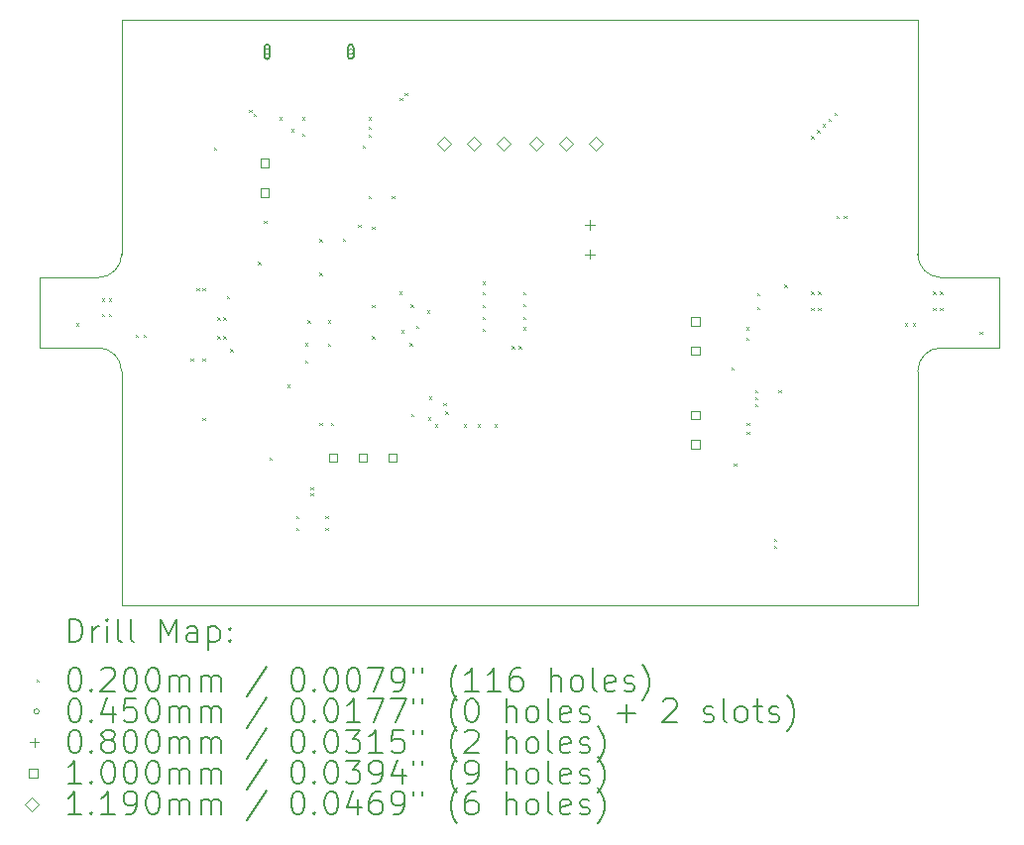
<source format=gbr>
%TF.GenerationSoftware,KiCad,Pcbnew,(6.0.7)*%
%TF.CreationDate,2022-10-27T11:38:15+02:00*%
%TF.ProjectId,DualValveCon,4475616c-5661-46c7-9665-436f6e2e6b69,rev?*%
%TF.SameCoordinates,Original*%
%TF.FileFunction,Drillmap*%
%TF.FilePolarity,Positive*%
%FSLAX45Y45*%
G04 Gerber Fmt 4.5, Leading zero omitted, Abs format (unit mm)*
G04 Created by KiCad (PCBNEW (6.0.7)) date 2022-10-27 11:38:15*
%MOMM*%
%LPD*%
G01*
G04 APERTURE LIST*
%ADD10C,0.100000*%
%ADD11C,0.200000*%
%ADD12C,0.020000*%
%ADD13C,0.045000*%
%ADD14C,0.080000*%
%ADD15C,0.119000*%
G04 APERTURE END LIST*
D10*
X20100000Y-8400000D02*
X19600000Y-8400000D01*
X12400000Y-8400000D02*
X11900000Y-8400000D01*
X12600000Y-6200000D02*
X19400000Y-6200000D01*
X20100000Y-9000000D02*
X20100000Y-8400000D01*
X12600000Y-9200000D02*
G75*
G03*
X12400000Y-9000000I-200000J0D01*
G01*
X11900000Y-8400000D02*
X11900000Y-9000000D01*
X11900000Y-9000000D02*
X12400000Y-9000000D01*
X12400000Y-8400000D02*
G75*
G03*
X12600000Y-8200000I0J200000D01*
G01*
X19400000Y-9200000D02*
X19400000Y-11200000D01*
X19400000Y-8200000D02*
X19400000Y-6200000D01*
X12600000Y-8200000D02*
X12600000Y-6200000D01*
X19400000Y-11200000D02*
X12600000Y-11200000D01*
X19600000Y-9000000D02*
G75*
G03*
X19400000Y-9200000I0J-200000D01*
G01*
X12600000Y-11200000D02*
X12600000Y-9200000D01*
X19400000Y-8200000D02*
G75*
G03*
X19600000Y-8400000I200000J0D01*
G01*
X19600000Y-9000000D02*
X20100000Y-9000000D01*
D11*
D12*
X12210000Y-8790000D02*
X12230000Y-8810000D01*
X12230000Y-8790000D02*
X12210000Y-8810000D01*
X12430000Y-8580000D02*
X12450000Y-8600000D01*
X12450000Y-8580000D02*
X12430000Y-8600000D01*
X12430000Y-8712700D02*
X12450000Y-8732700D01*
X12450000Y-8712700D02*
X12430000Y-8732700D01*
X12490000Y-8580000D02*
X12510000Y-8600000D01*
X12510000Y-8580000D02*
X12490000Y-8600000D01*
X12490000Y-8712650D02*
X12510000Y-8732650D01*
X12510000Y-8712650D02*
X12490000Y-8732650D01*
X12720000Y-8890000D02*
X12740000Y-8910000D01*
X12740000Y-8890000D02*
X12720000Y-8910000D01*
X12790000Y-8890000D02*
X12810000Y-8910000D01*
X12810000Y-8890000D02*
X12790000Y-8910000D01*
X13190000Y-9090000D02*
X13210000Y-9110000D01*
X13210000Y-9090000D02*
X13190000Y-9110000D01*
X13240000Y-8490000D02*
X13260000Y-8510000D01*
X13260000Y-8490000D02*
X13240000Y-8510000D01*
X13290000Y-8490000D02*
X13310000Y-8510000D01*
X13310000Y-8490000D02*
X13290000Y-8510000D01*
X13290000Y-9090000D02*
X13310000Y-9110000D01*
X13310000Y-9090000D02*
X13290000Y-9110000D01*
X13290000Y-9600000D02*
X13310000Y-9620000D01*
X13310000Y-9600000D02*
X13290000Y-9620000D01*
X13390000Y-7290000D02*
X13410000Y-7310000D01*
X13410000Y-7290000D02*
X13390000Y-7310000D01*
X13420000Y-8740000D02*
X13440000Y-8760000D01*
X13440000Y-8740000D02*
X13420000Y-8760000D01*
X13420000Y-8900000D02*
X13440000Y-8920000D01*
X13440000Y-8900000D02*
X13420000Y-8920000D01*
X13470000Y-8740000D02*
X13490000Y-8760000D01*
X13490000Y-8740000D02*
X13470000Y-8760000D01*
X13470000Y-8900000D02*
X13490000Y-8920000D01*
X13490000Y-8900000D02*
X13470000Y-8920000D01*
X13500000Y-8560000D02*
X13520000Y-8580000D01*
X13520000Y-8560000D02*
X13500000Y-8580000D01*
X13530000Y-9010000D02*
X13550000Y-9030000D01*
X13550000Y-9010000D02*
X13530000Y-9030000D01*
X13690000Y-6965000D02*
X13710000Y-6985000D01*
X13710000Y-6965000D02*
X13690000Y-6985000D01*
X13727500Y-7002500D02*
X13747500Y-7022500D01*
X13747500Y-7002500D02*
X13727500Y-7022500D01*
X13765000Y-8265000D02*
X13785000Y-8285000D01*
X13785000Y-8265000D02*
X13765000Y-8285000D01*
X13815000Y-7915000D02*
X13835000Y-7935000D01*
X13835000Y-7915000D02*
X13815000Y-7935000D01*
X13865000Y-9940000D02*
X13885000Y-9960000D01*
X13885000Y-9940000D02*
X13865000Y-9960000D01*
X13950000Y-7030000D02*
X13970000Y-7050000D01*
X13970000Y-7030000D02*
X13950000Y-7050000D01*
X14015000Y-9315000D02*
X14035000Y-9335000D01*
X14035000Y-9315000D02*
X14015000Y-9335000D01*
X14050000Y-7130000D02*
X14070000Y-7150000D01*
X14070000Y-7130000D02*
X14050000Y-7150000D01*
X14090000Y-10440000D02*
X14110000Y-10460000D01*
X14110000Y-10440000D02*
X14090000Y-10460000D01*
X14090000Y-10540000D02*
X14110000Y-10560000D01*
X14110000Y-10540000D02*
X14090000Y-10560000D01*
X14140000Y-7030000D02*
X14160000Y-7050000D01*
X14160000Y-7030000D02*
X14140000Y-7050000D01*
X14140000Y-7170000D02*
X14160000Y-7190000D01*
X14160000Y-7170000D02*
X14140000Y-7190000D01*
X14170000Y-8960000D02*
X14190000Y-8980000D01*
X14190000Y-8960000D02*
X14170000Y-8980000D01*
X14170000Y-9110000D02*
X14190000Y-9130000D01*
X14190000Y-9110000D02*
X14170000Y-9130000D01*
X14190000Y-8765000D02*
X14210000Y-8785000D01*
X14210000Y-8765000D02*
X14190000Y-8785000D01*
X14215200Y-10190000D02*
X14235200Y-10210000D01*
X14235200Y-10190000D02*
X14215200Y-10210000D01*
X14215200Y-10240000D02*
X14235200Y-10260000D01*
X14235200Y-10240000D02*
X14215200Y-10260000D01*
X14290000Y-8070000D02*
X14310000Y-8090000D01*
X14310000Y-8070000D02*
X14290000Y-8090000D01*
X14290000Y-8360000D02*
X14310000Y-8380000D01*
X14310000Y-8360000D02*
X14290000Y-8380000D01*
X14290000Y-9640000D02*
X14310000Y-9660000D01*
X14310000Y-9640000D02*
X14290000Y-9660000D01*
X14340000Y-10440000D02*
X14360000Y-10460000D01*
X14360000Y-10440000D02*
X14340000Y-10460000D01*
X14340000Y-10540000D02*
X14360000Y-10560000D01*
X14360000Y-10540000D02*
X14340000Y-10560000D01*
X14365000Y-8765000D02*
X14385000Y-8785000D01*
X14385000Y-8765000D02*
X14365000Y-8785000D01*
X14365000Y-8965000D02*
X14385000Y-8985000D01*
X14385000Y-8965000D02*
X14365000Y-8985000D01*
X14390000Y-9640000D02*
X14410000Y-9660000D01*
X14410000Y-9640000D02*
X14390000Y-9660000D01*
X14490000Y-8065000D02*
X14510000Y-8085000D01*
X14510000Y-8065000D02*
X14490000Y-8085000D01*
X14620000Y-7950000D02*
X14640000Y-7970000D01*
X14640000Y-7950000D02*
X14620000Y-7970000D01*
X14660000Y-7270000D02*
X14680000Y-7290000D01*
X14680000Y-7270000D02*
X14660000Y-7290000D01*
X14710000Y-7030000D02*
X14730000Y-7050000D01*
X14730000Y-7030000D02*
X14710000Y-7050000D01*
X14710000Y-7110000D02*
X14730000Y-7130000D01*
X14730000Y-7110000D02*
X14710000Y-7130000D01*
X14710000Y-7180000D02*
X14730000Y-7200000D01*
X14730000Y-7180000D02*
X14710000Y-7200000D01*
X14710000Y-7700000D02*
X14730000Y-7720000D01*
X14730000Y-7700000D02*
X14710000Y-7720000D01*
X14740000Y-7965000D02*
X14760000Y-7985000D01*
X14760000Y-7965000D02*
X14740000Y-7985000D01*
X14740000Y-8632350D02*
X14760000Y-8652350D01*
X14760000Y-8632350D02*
X14740000Y-8652350D01*
X14740000Y-8900000D02*
X14760000Y-8920000D01*
X14760000Y-8900000D02*
X14740000Y-8920000D01*
X14910000Y-7700000D02*
X14930000Y-7720000D01*
X14930000Y-7700000D02*
X14910000Y-7720000D01*
X14970000Y-8520000D02*
X14990000Y-8540000D01*
X14990000Y-8520000D02*
X14970000Y-8540000D01*
X14975000Y-6865000D02*
X14995000Y-6885000D01*
X14995000Y-6865000D02*
X14975000Y-6885000D01*
X14990000Y-8850000D02*
X15010000Y-8870000D01*
X15010000Y-8850000D02*
X14990000Y-8870000D01*
X15020000Y-6820000D02*
X15040000Y-6840000D01*
X15040000Y-6820000D02*
X15020000Y-6840000D01*
X15060000Y-8960000D02*
X15080000Y-8980000D01*
X15080000Y-8960000D02*
X15060000Y-8980000D01*
X15070000Y-8630000D02*
X15090000Y-8650000D01*
X15090000Y-8630000D02*
X15070000Y-8650000D01*
X15076306Y-9563694D02*
X15096306Y-9583694D01*
X15096306Y-9563694D02*
X15076306Y-9583694D01*
X15115000Y-8810000D02*
X15135000Y-8830000D01*
X15135000Y-8810000D02*
X15115000Y-8830000D01*
X15210000Y-8680000D02*
X15230000Y-8700000D01*
X15230000Y-8680000D02*
X15210000Y-8700000D01*
X15218806Y-9596194D02*
X15238806Y-9616194D01*
X15238806Y-9596194D02*
X15218806Y-9616194D01*
X15223694Y-9416306D02*
X15243694Y-9436306D01*
X15243694Y-9416306D02*
X15223694Y-9436306D01*
X15276306Y-9653694D02*
X15296306Y-9673694D01*
X15296306Y-9653694D02*
X15276306Y-9673694D01*
X15350000Y-9470000D02*
X15370000Y-9490000D01*
X15370000Y-9470000D02*
X15350000Y-9490000D01*
X15365000Y-9545000D02*
X15385000Y-9565000D01*
X15385000Y-9545000D02*
X15365000Y-9565000D01*
X15522500Y-9655000D02*
X15542500Y-9675000D01*
X15542500Y-9655000D02*
X15522500Y-9675000D01*
X15642500Y-9655000D02*
X15662500Y-9675000D01*
X15662500Y-9655000D02*
X15642500Y-9675000D01*
X15682500Y-8435000D02*
X15702500Y-8455000D01*
X15702500Y-8435000D02*
X15682500Y-8455000D01*
X15682500Y-8525000D02*
X15702500Y-8545000D01*
X15702500Y-8525000D02*
X15682500Y-8545000D01*
X15682500Y-8635000D02*
X15702500Y-8655000D01*
X15702500Y-8635000D02*
X15682500Y-8655000D01*
X15682500Y-8735000D02*
X15702500Y-8755000D01*
X15702500Y-8735000D02*
X15682500Y-8755000D01*
X15682500Y-8835000D02*
X15702500Y-8855000D01*
X15702500Y-8835000D02*
X15682500Y-8855000D01*
X15782500Y-9655000D02*
X15802500Y-9675000D01*
X15802500Y-9655000D02*
X15782500Y-9675000D01*
X15932500Y-8985000D02*
X15952500Y-9005000D01*
X15952500Y-8985000D02*
X15932500Y-9005000D01*
X15992500Y-8985000D02*
X16012500Y-9005000D01*
X16012500Y-8985000D02*
X15992500Y-9005000D01*
X16032500Y-8525000D02*
X16052500Y-8545000D01*
X16052500Y-8525000D02*
X16032500Y-8545000D01*
X16032500Y-8625000D02*
X16052500Y-8645000D01*
X16052500Y-8625000D02*
X16032500Y-8645000D01*
X16032500Y-8735000D02*
X16052500Y-8755000D01*
X16052500Y-8735000D02*
X16032500Y-8755000D01*
X16032500Y-8825000D02*
X16052500Y-8845000D01*
X16052500Y-8825000D02*
X16032500Y-8845000D01*
X17810000Y-9170000D02*
X17830000Y-9190000D01*
X17830000Y-9170000D02*
X17810000Y-9190000D01*
X17830000Y-9990000D02*
X17850000Y-10010000D01*
X17850000Y-9990000D02*
X17830000Y-10010000D01*
X17936750Y-8823250D02*
X17956750Y-8843250D01*
X17956750Y-8823250D02*
X17936750Y-8843250D01*
X17936750Y-8913250D02*
X17956750Y-8933250D01*
X17956750Y-8913250D02*
X17936750Y-8933250D01*
X17940000Y-9643250D02*
X17960000Y-9663250D01*
X17960000Y-9643250D02*
X17940000Y-9663250D01*
X17940000Y-9720000D02*
X17960000Y-9740000D01*
X17960000Y-9720000D02*
X17940000Y-9740000D01*
X18010000Y-9360000D02*
X18030000Y-9380000D01*
X18030000Y-9360000D02*
X18010000Y-9380000D01*
X18010000Y-9420000D02*
X18030000Y-9440000D01*
X18030000Y-9420000D02*
X18010000Y-9440000D01*
X18010000Y-9480000D02*
X18030000Y-9500000D01*
X18030000Y-9480000D02*
X18010000Y-9500000D01*
X18030000Y-8530000D02*
X18050000Y-8550000D01*
X18050000Y-8530000D02*
X18030000Y-8550000D01*
X18030000Y-8650000D02*
X18050000Y-8670000D01*
X18050000Y-8650000D02*
X18030000Y-8670000D01*
X18170000Y-10630000D02*
X18190000Y-10650000D01*
X18190000Y-10630000D02*
X18170000Y-10650000D01*
X18170000Y-10690000D02*
X18190000Y-10710000D01*
X18190000Y-10690000D02*
X18170000Y-10710000D01*
X18210000Y-9360000D02*
X18230000Y-9380000D01*
X18230000Y-9360000D02*
X18210000Y-9380000D01*
X18260000Y-8460000D02*
X18280000Y-8480000D01*
X18280000Y-8460000D02*
X18260000Y-8480000D01*
X18490000Y-7190000D02*
X18510000Y-7210000D01*
X18510000Y-7190000D02*
X18490000Y-7210000D01*
X18490000Y-8520000D02*
X18510000Y-8540000D01*
X18510000Y-8520000D02*
X18490000Y-8540000D01*
X18490000Y-8660000D02*
X18510000Y-8680000D01*
X18510000Y-8660000D02*
X18490000Y-8680000D01*
X18540000Y-7140000D02*
X18560000Y-7160000D01*
X18560000Y-7140000D02*
X18540000Y-7160000D01*
X18550000Y-8520000D02*
X18570000Y-8540000D01*
X18570000Y-8520000D02*
X18550000Y-8540000D01*
X18550000Y-8660000D02*
X18570000Y-8680000D01*
X18570000Y-8660000D02*
X18550000Y-8680000D01*
X18590000Y-7090000D02*
X18610000Y-7110000D01*
X18610000Y-7090000D02*
X18590000Y-7110000D01*
X18640000Y-7040000D02*
X18660000Y-7060000D01*
X18660000Y-7040000D02*
X18640000Y-7060000D01*
X18690000Y-6990000D02*
X18710000Y-7010000D01*
X18710000Y-6990000D02*
X18690000Y-7010000D01*
X18707500Y-7872500D02*
X18727500Y-7892500D01*
X18727500Y-7872500D02*
X18707500Y-7892500D01*
X18770000Y-7870000D02*
X18790000Y-7890000D01*
X18790000Y-7870000D02*
X18770000Y-7890000D01*
X19290000Y-8790000D02*
X19310000Y-8810000D01*
X19310000Y-8790000D02*
X19290000Y-8810000D01*
X19360000Y-8790000D02*
X19380000Y-8810000D01*
X19380000Y-8790000D02*
X19360000Y-8810000D01*
X19530000Y-8520000D02*
X19550000Y-8540000D01*
X19550000Y-8520000D02*
X19530000Y-8540000D01*
X19530000Y-8660000D02*
X19550000Y-8680000D01*
X19550000Y-8660000D02*
X19530000Y-8680000D01*
X19590000Y-8520000D02*
X19610000Y-8540000D01*
X19610000Y-8520000D02*
X19590000Y-8540000D01*
X19590000Y-8660000D02*
X19610000Y-8680000D01*
X19610000Y-8660000D02*
X19590000Y-8680000D01*
X19930000Y-8860000D02*
X19950000Y-8880000D01*
X19950000Y-8860000D02*
X19930000Y-8880000D01*
D13*
X13865000Y-6470000D02*
G75*
G03*
X13865000Y-6470000I-22500J0D01*
G01*
D11*
X13865000Y-6510000D02*
X13865000Y-6430000D01*
X13820000Y-6510000D02*
X13820000Y-6430000D01*
X13865000Y-6430000D02*
G75*
G03*
X13820000Y-6430000I-22500J0D01*
G01*
X13820000Y-6510000D02*
G75*
G03*
X13865000Y-6510000I22500J0D01*
G01*
D13*
X14580000Y-6470000D02*
G75*
G03*
X14580000Y-6470000I-22500J0D01*
G01*
D11*
X14535000Y-6430000D02*
X14535000Y-6510000D01*
X14580000Y-6430000D02*
X14580000Y-6510000D01*
X14535000Y-6510000D02*
G75*
G03*
X14580000Y-6510000I22500J0D01*
G01*
X14580000Y-6430000D02*
G75*
G03*
X14535000Y-6430000I-22500J0D01*
G01*
D14*
X16600000Y-7910000D02*
X16600000Y-7990000D01*
X16560000Y-7950000D02*
X16640000Y-7950000D01*
X16600000Y-8160000D02*
X16600000Y-8240000D01*
X16560000Y-8200000D02*
X16640000Y-8200000D01*
D10*
X13857856Y-7456356D02*
X13857856Y-7385644D01*
X13787144Y-7385644D01*
X13787144Y-7456356D01*
X13857856Y-7456356D01*
X13857856Y-7710356D02*
X13857856Y-7639644D01*
X13787144Y-7639644D01*
X13787144Y-7710356D01*
X13857856Y-7710356D01*
X14442856Y-9975356D02*
X14442856Y-9904644D01*
X14372144Y-9904644D01*
X14372144Y-9975356D01*
X14442856Y-9975356D01*
X14696856Y-9975356D02*
X14696856Y-9904644D01*
X14626144Y-9904644D01*
X14626144Y-9975356D01*
X14696856Y-9975356D01*
X14950856Y-9975356D02*
X14950856Y-9904644D01*
X14880144Y-9904644D01*
X14880144Y-9975356D01*
X14950856Y-9975356D01*
X17535356Y-8810356D02*
X17535356Y-8739644D01*
X17464644Y-8739644D01*
X17464644Y-8810356D01*
X17535356Y-8810356D01*
X17535356Y-9060356D02*
X17535356Y-8989644D01*
X17464644Y-8989644D01*
X17464644Y-9060356D01*
X17535356Y-9060356D01*
X17535356Y-9610356D02*
X17535356Y-9539644D01*
X17464644Y-9539644D01*
X17464644Y-9610356D01*
X17535356Y-9610356D01*
X17535356Y-9860356D02*
X17535356Y-9789644D01*
X17464644Y-9789644D01*
X17464644Y-9860356D01*
X17535356Y-9860356D01*
D15*
X15356000Y-7311500D02*
X15415500Y-7252000D01*
X15356000Y-7192500D01*
X15296500Y-7252000D01*
X15356000Y-7311500D01*
X15610000Y-7311500D02*
X15669500Y-7252000D01*
X15610000Y-7192500D01*
X15550500Y-7252000D01*
X15610000Y-7311500D01*
X15864000Y-7311500D02*
X15923500Y-7252000D01*
X15864000Y-7192500D01*
X15804500Y-7252000D01*
X15864000Y-7311500D01*
X16140000Y-7311500D02*
X16199500Y-7252000D01*
X16140000Y-7192500D01*
X16080500Y-7252000D01*
X16140000Y-7311500D01*
X16394000Y-7311500D02*
X16453500Y-7252000D01*
X16394000Y-7192500D01*
X16334500Y-7252000D01*
X16394000Y-7311500D01*
X16648000Y-7311500D02*
X16707500Y-7252000D01*
X16648000Y-7192500D01*
X16588500Y-7252000D01*
X16648000Y-7311500D01*
D11*
X12152619Y-11515476D02*
X12152619Y-11315476D01*
X12200238Y-11315476D01*
X12228809Y-11325000D01*
X12247857Y-11344048D01*
X12257381Y-11363095D01*
X12266905Y-11401190D01*
X12266905Y-11429762D01*
X12257381Y-11467857D01*
X12247857Y-11486905D01*
X12228809Y-11505952D01*
X12200238Y-11515476D01*
X12152619Y-11515476D01*
X12352619Y-11515476D02*
X12352619Y-11382143D01*
X12352619Y-11420238D02*
X12362143Y-11401190D01*
X12371667Y-11391667D01*
X12390714Y-11382143D01*
X12409762Y-11382143D01*
X12476428Y-11515476D02*
X12476428Y-11382143D01*
X12476428Y-11315476D02*
X12466905Y-11325000D01*
X12476428Y-11334524D01*
X12485952Y-11325000D01*
X12476428Y-11315476D01*
X12476428Y-11334524D01*
X12600238Y-11515476D02*
X12581190Y-11505952D01*
X12571667Y-11486905D01*
X12571667Y-11315476D01*
X12705000Y-11515476D02*
X12685952Y-11505952D01*
X12676428Y-11486905D01*
X12676428Y-11315476D01*
X12933571Y-11515476D02*
X12933571Y-11315476D01*
X13000238Y-11458333D01*
X13066905Y-11315476D01*
X13066905Y-11515476D01*
X13247857Y-11515476D02*
X13247857Y-11410714D01*
X13238333Y-11391667D01*
X13219286Y-11382143D01*
X13181190Y-11382143D01*
X13162143Y-11391667D01*
X13247857Y-11505952D02*
X13228809Y-11515476D01*
X13181190Y-11515476D01*
X13162143Y-11505952D01*
X13152619Y-11486905D01*
X13152619Y-11467857D01*
X13162143Y-11448809D01*
X13181190Y-11439286D01*
X13228809Y-11439286D01*
X13247857Y-11429762D01*
X13343095Y-11382143D02*
X13343095Y-11582143D01*
X13343095Y-11391667D02*
X13362143Y-11382143D01*
X13400238Y-11382143D01*
X13419286Y-11391667D01*
X13428809Y-11401190D01*
X13438333Y-11420238D01*
X13438333Y-11477381D01*
X13428809Y-11496428D01*
X13419286Y-11505952D01*
X13400238Y-11515476D01*
X13362143Y-11515476D01*
X13343095Y-11505952D01*
X13524048Y-11496428D02*
X13533571Y-11505952D01*
X13524048Y-11515476D01*
X13514524Y-11505952D01*
X13524048Y-11496428D01*
X13524048Y-11515476D01*
X13524048Y-11391667D02*
X13533571Y-11401190D01*
X13524048Y-11410714D01*
X13514524Y-11401190D01*
X13524048Y-11391667D01*
X13524048Y-11410714D01*
D12*
X11875000Y-11835000D02*
X11895000Y-11855000D01*
X11895000Y-11835000D02*
X11875000Y-11855000D01*
D11*
X12190714Y-11735476D02*
X12209762Y-11735476D01*
X12228809Y-11745000D01*
X12238333Y-11754524D01*
X12247857Y-11773571D01*
X12257381Y-11811667D01*
X12257381Y-11859286D01*
X12247857Y-11897381D01*
X12238333Y-11916428D01*
X12228809Y-11925952D01*
X12209762Y-11935476D01*
X12190714Y-11935476D01*
X12171667Y-11925952D01*
X12162143Y-11916428D01*
X12152619Y-11897381D01*
X12143095Y-11859286D01*
X12143095Y-11811667D01*
X12152619Y-11773571D01*
X12162143Y-11754524D01*
X12171667Y-11745000D01*
X12190714Y-11735476D01*
X12343095Y-11916428D02*
X12352619Y-11925952D01*
X12343095Y-11935476D01*
X12333571Y-11925952D01*
X12343095Y-11916428D01*
X12343095Y-11935476D01*
X12428809Y-11754524D02*
X12438333Y-11745000D01*
X12457381Y-11735476D01*
X12505000Y-11735476D01*
X12524048Y-11745000D01*
X12533571Y-11754524D01*
X12543095Y-11773571D01*
X12543095Y-11792619D01*
X12533571Y-11821190D01*
X12419286Y-11935476D01*
X12543095Y-11935476D01*
X12666905Y-11735476D02*
X12685952Y-11735476D01*
X12705000Y-11745000D01*
X12714524Y-11754524D01*
X12724048Y-11773571D01*
X12733571Y-11811667D01*
X12733571Y-11859286D01*
X12724048Y-11897381D01*
X12714524Y-11916428D01*
X12705000Y-11925952D01*
X12685952Y-11935476D01*
X12666905Y-11935476D01*
X12647857Y-11925952D01*
X12638333Y-11916428D01*
X12628809Y-11897381D01*
X12619286Y-11859286D01*
X12619286Y-11811667D01*
X12628809Y-11773571D01*
X12638333Y-11754524D01*
X12647857Y-11745000D01*
X12666905Y-11735476D01*
X12857381Y-11735476D02*
X12876428Y-11735476D01*
X12895476Y-11745000D01*
X12905000Y-11754524D01*
X12914524Y-11773571D01*
X12924048Y-11811667D01*
X12924048Y-11859286D01*
X12914524Y-11897381D01*
X12905000Y-11916428D01*
X12895476Y-11925952D01*
X12876428Y-11935476D01*
X12857381Y-11935476D01*
X12838333Y-11925952D01*
X12828809Y-11916428D01*
X12819286Y-11897381D01*
X12809762Y-11859286D01*
X12809762Y-11811667D01*
X12819286Y-11773571D01*
X12828809Y-11754524D01*
X12838333Y-11745000D01*
X12857381Y-11735476D01*
X13009762Y-11935476D02*
X13009762Y-11802143D01*
X13009762Y-11821190D02*
X13019286Y-11811667D01*
X13038333Y-11802143D01*
X13066905Y-11802143D01*
X13085952Y-11811667D01*
X13095476Y-11830714D01*
X13095476Y-11935476D01*
X13095476Y-11830714D02*
X13105000Y-11811667D01*
X13124048Y-11802143D01*
X13152619Y-11802143D01*
X13171667Y-11811667D01*
X13181190Y-11830714D01*
X13181190Y-11935476D01*
X13276428Y-11935476D02*
X13276428Y-11802143D01*
X13276428Y-11821190D02*
X13285952Y-11811667D01*
X13305000Y-11802143D01*
X13333571Y-11802143D01*
X13352619Y-11811667D01*
X13362143Y-11830714D01*
X13362143Y-11935476D01*
X13362143Y-11830714D02*
X13371667Y-11811667D01*
X13390714Y-11802143D01*
X13419286Y-11802143D01*
X13438333Y-11811667D01*
X13447857Y-11830714D01*
X13447857Y-11935476D01*
X13838333Y-11725952D02*
X13666905Y-11983095D01*
X14095476Y-11735476D02*
X14114524Y-11735476D01*
X14133571Y-11745000D01*
X14143095Y-11754524D01*
X14152619Y-11773571D01*
X14162143Y-11811667D01*
X14162143Y-11859286D01*
X14152619Y-11897381D01*
X14143095Y-11916428D01*
X14133571Y-11925952D01*
X14114524Y-11935476D01*
X14095476Y-11935476D01*
X14076428Y-11925952D01*
X14066905Y-11916428D01*
X14057381Y-11897381D01*
X14047857Y-11859286D01*
X14047857Y-11811667D01*
X14057381Y-11773571D01*
X14066905Y-11754524D01*
X14076428Y-11745000D01*
X14095476Y-11735476D01*
X14247857Y-11916428D02*
X14257381Y-11925952D01*
X14247857Y-11935476D01*
X14238333Y-11925952D01*
X14247857Y-11916428D01*
X14247857Y-11935476D01*
X14381190Y-11735476D02*
X14400238Y-11735476D01*
X14419286Y-11745000D01*
X14428809Y-11754524D01*
X14438333Y-11773571D01*
X14447857Y-11811667D01*
X14447857Y-11859286D01*
X14438333Y-11897381D01*
X14428809Y-11916428D01*
X14419286Y-11925952D01*
X14400238Y-11935476D01*
X14381190Y-11935476D01*
X14362143Y-11925952D01*
X14352619Y-11916428D01*
X14343095Y-11897381D01*
X14333571Y-11859286D01*
X14333571Y-11811667D01*
X14343095Y-11773571D01*
X14352619Y-11754524D01*
X14362143Y-11745000D01*
X14381190Y-11735476D01*
X14571667Y-11735476D02*
X14590714Y-11735476D01*
X14609762Y-11745000D01*
X14619286Y-11754524D01*
X14628809Y-11773571D01*
X14638333Y-11811667D01*
X14638333Y-11859286D01*
X14628809Y-11897381D01*
X14619286Y-11916428D01*
X14609762Y-11925952D01*
X14590714Y-11935476D01*
X14571667Y-11935476D01*
X14552619Y-11925952D01*
X14543095Y-11916428D01*
X14533571Y-11897381D01*
X14524048Y-11859286D01*
X14524048Y-11811667D01*
X14533571Y-11773571D01*
X14543095Y-11754524D01*
X14552619Y-11745000D01*
X14571667Y-11735476D01*
X14705000Y-11735476D02*
X14838333Y-11735476D01*
X14752619Y-11935476D01*
X14924048Y-11935476D02*
X14962143Y-11935476D01*
X14981190Y-11925952D01*
X14990714Y-11916428D01*
X15009762Y-11887857D01*
X15019286Y-11849762D01*
X15019286Y-11773571D01*
X15009762Y-11754524D01*
X15000238Y-11745000D01*
X14981190Y-11735476D01*
X14943095Y-11735476D01*
X14924048Y-11745000D01*
X14914524Y-11754524D01*
X14905000Y-11773571D01*
X14905000Y-11821190D01*
X14914524Y-11840238D01*
X14924048Y-11849762D01*
X14943095Y-11859286D01*
X14981190Y-11859286D01*
X15000238Y-11849762D01*
X15009762Y-11840238D01*
X15019286Y-11821190D01*
X15095476Y-11735476D02*
X15095476Y-11773571D01*
X15171667Y-11735476D02*
X15171667Y-11773571D01*
X15466905Y-12011667D02*
X15457381Y-12002143D01*
X15438333Y-11973571D01*
X15428809Y-11954524D01*
X15419286Y-11925952D01*
X15409762Y-11878333D01*
X15409762Y-11840238D01*
X15419286Y-11792619D01*
X15428809Y-11764048D01*
X15438333Y-11745000D01*
X15457381Y-11716428D01*
X15466905Y-11706905D01*
X15647857Y-11935476D02*
X15533571Y-11935476D01*
X15590714Y-11935476D02*
X15590714Y-11735476D01*
X15571667Y-11764048D01*
X15552619Y-11783095D01*
X15533571Y-11792619D01*
X15838333Y-11935476D02*
X15724048Y-11935476D01*
X15781190Y-11935476D02*
X15781190Y-11735476D01*
X15762143Y-11764048D01*
X15743095Y-11783095D01*
X15724048Y-11792619D01*
X16009762Y-11735476D02*
X15971667Y-11735476D01*
X15952619Y-11745000D01*
X15943095Y-11754524D01*
X15924048Y-11783095D01*
X15914524Y-11821190D01*
X15914524Y-11897381D01*
X15924048Y-11916428D01*
X15933571Y-11925952D01*
X15952619Y-11935476D01*
X15990714Y-11935476D01*
X16009762Y-11925952D01*
X16019286Y-11916428D01*
X16028809Y-11897381D01*
X16028809Y-11849762D01*
X16019286Y-11830714D01*
X16009762Y-11821190D01*
X15990714Y-11811667D01*
X15952619Y-11811667D01*
X15933571Y-11821190D01*
X15924048Y-11830714D01*
X15914524Y-11849762D01*
X16266905Y-11935476D02*
X16266905Y-11735476D01*
X16352619Y-11935476D02*
X16352619Y-11830714D01*
X16343095Y-11811667D01*
X16324048Y-11802143D01*
X16295476Y-11802143D01*
X16276428Y-11811667D01*
X16266905Y-11821190D01*
X16476428Y-11935476D02*
X16457381Y-11925952D01*
X16447857Y-11916428D01*
X16438333Y-11897381D01*
X16438333Y-11840238D01*
X16447857Y-11821190D01*
X16457381Y-11811667D01*
X16476428Y-11802143D01*
X16505000Y-11802143D01*
X16524048Y-11811667D01*
X16533571Y-11821190D01*
X16543095Y-11840238D01*
X16543095Y-11897381D01*
X16533571Y-11916428D01*
X16524048Y-11925952D01*
X16505000Y-11935476D01*
X16476428Y-11935476D01*
X16657381Y-11935476D02*
X16638333Y-11925952D01*
X16628809Y-11906905D01*
X16628809Y-11735476D01*
X16809762Y-11925952D02*
X16790714Y-11935476D01*
X16752619Y-11935476D01*
X16733571Y-11925952D01*
X16724048Y-11906905D01*
X16724048Y-11830714D01*
X16733571Y-11811667D01*
X16752619Y-11802143D01*
X16790714Y-11802143D01*
X16809762Y-11811667D01*
X16819286Y-11830714D01*
X16819286Y-11849762D01*
X16724048Y-11868809D01*
X16895476Y-11925952D02*
X16914524Y-11935476D01*
X16952619Y-11935476D01*
X16971667Y-11925952D01*
X16981190Y-11906905D01*
X16981190Y-11897381D01*
X16971667Y-11878333D01*
X16952619Y-11868809D01*
X16924048Y-11868809D01*
X16905000Y-11859286D01*
X16895476Y-11840238D01*
X16895476Y-11830714D01*
X16905000Y-11811667D01*
X16924048Y-11802143D01*
X16952619Y-11802143D01*
X16971667Y-11811667D01*
X17047857Y-12011667D02*
X17057381Y-12002143D01*
X17076429Y-11973571D01*
X17085952Y-11954524D01*
X17095476Y-11925952D01*
X17105000Y-11878333D01*
X17105000Y-11840238D01*
X17095476Y-11792619D01*
X17085952Y-11764048D01*
X17076429Y-11745000D01*
X17057381Y-11716428D01*
X17047857Y-11706905D01*
D13*
X11895000Y-12109000D02*
G75*
G03*
X11895000Y-12109000I-22500J0D01*
G01*
D11*
X12190714Y-11999476D02*
X12209762Y-11999476D01*
X12228809Y-12009000D01*
X12238333Y-12018524D01*
X12247857Y-12037571D01*
X12257381Y-12075667D01*
X12257381Y-12123286D01*
X12247857Y-12161381D01*
X12238333Y-12180428D01*
X12228809Y-12189952D01*
X12209762Y-12199476D01*
X12190714Y-12199476D01*
X12171667Y-12189952D01*
X12162143Y-12180428D01*
X12152619Y-12161381D01*
X12143095Y-12123286D01*
X12143095Y-12075667D01*
X12152619Y-12037571D01*
X12162143Y-12018524D01*
X12171667Y-12009000D01*
X12190714Y-11999476D01*
X12343095Y-12180428D02*
X12352619Y-12189952D01*
X12343095Y-12199476D01*
X12333571Y-12189952D01*
X12343095Y-12180428D01*
X12343095Y-12199476D01*
X12524048Y-12066143D02*
X12524048Y-12199476D01*
X12476428Y-11989952D02*
X12428809Y-12132809D01*
X12552619Y-12132809D01*
X12724048Y-11999476D02*
X12628809Y-11999476D01*
X12619286Y-12094714D01*
X12628809Y-12085190D01*
X12647857Y-12075667D01*
X12695476Y-12075667D01*
X12714524Y-12085190D01*
X12724048Y-12094714D01*
X12733571Y-12113762D01*
X12733571Y-12161381D01*
X12724048Y-12180428D01*
X12714524Y-12189952D01*
X12695476Y-12199476D01*
X12647857Y-12199476D01*
X12628809Y-12189952D01*
X12619286Y-12180428D01*
X12857381Y-11999476D02*
X12876428Y-11999476D01*
X12895476Y-12009000D01*
X12905000Y-12018524D01*
X12914524Y-12037571D01*
X12924048Y-12075667D01*
X12924048Y-12123286D01*
X12914524Y-12161381D01*
X12905000Y-12180428D01*
X12895476Y-12189952D01*
X12876428Y-12199476D01*
X12857381Y-12199476D01*
X12838333Y-12189952D01*
X12828809Y-12180428D01*
X12819286Y-12161381D01*
X12809762Y-12123286D01*
X12809762Y-12075667D01*
X12819286Y-12037571D01*
X12828809Y-12018524D01*
X12838333Y-12009000D01*
X12857381Y-11999476D01*
X13009762Y-12199476D02*
X13009762Y-12066143D01*
X13009762Y-12085190D02*
X13019286Y-12075667D01*
X13038333Y-12066143D01*
X13066905Y-12066143D01*
X13085952Y-12075667D01*
X13095476Y-12094714D01*
X13095476Y-12199476D01*
X13095476Y-12094714D02*
X13105000Y-12075667D01*
X13124048Y-12066143D01*
X13152619Y-12066143D01*
X13171667Y-12075667D01*
X13181190Y-12094714D01*
X13181190Y-12199476D01*
X13276428Y-12199476D02*
X13276428Y-12066143D01*
X13276428Y-12085190D02*
X13285952Y-12075667D01*
X13305000Y-12066143D01*
X13333571Y-12066143D01*
X13352619Y-12075667D01*
X13362143Y-12094714D01*
X13362143Y-12199476D01*
X13362143Y-12094714D02*
X13371667Y-12075667D01*
X13390714Y-12066143D01*
X13419286Y-12066143D01*
X13438333Y-12075667D01*
X13447857Y-12094714D01*
X13447857Y-12199476D01*
X13838333Y-11989952D02*
X13666905Y-12247095D01*
X14095476Y-11999476D02*
X14114524Y-11999476D01*
X14133571Y-12009000D01*
X14143095Y-12018524D01*
X14152619Y-12037571D01*
X14162143Y-12075667D01*
X14162143Y-12123286D01*
X14152619Y-12161381D01*
X14143095Y-12180428D01*
X14133571Y-12189952D01*
X14114524Y-12199476D01*
X14095476Y-12199476D01*
X14076428Y-12189952D01*
X14066905Y-12180428D01*
X14057381Y-12161381D01*
X14047857Y-12123286D01*
X14047857Y-12075667D01*
X14057381Y-12037571D01*
X14066905Y-12018524D01*
X14076428Y-12009000D01*
X14095476Y-11999476D01*
X14247857Y-12180428D02*
X14257381Y-12189952D01*
X14247857Y-12199476D01*
X14238333Y-12189952D01*
X14247857Y-12180428D01*
X14247857Y-12199476D01*
X14381190Y-11999476D02*
X14400238Y-11999476D01*
X14419286Y-12009000D01*
X14428809Y-12018524D01*
X14438333Y-12037571D01*
X14447857Y-12075667D01*
X14447857Y-12123286D01*
X14438333Y-12161381D01*
X14428809Y-12180428D01*
X14419286Y-12189952D01*
X14400238Y-12199476D01*
X14381190Y-12199476D01*
X14362143Y-12189952D01*
X14352619Y-12180428D01*
X14343095Y-12161381D01*
X14333571Y-12123286D01*
X14333571Y-12075667D01*
X14343095Y-12037571D01*
X14352619Y-12018524D01*
X14362143Y-12009000D01*
X14381190Y-11999476D01*
X14638333Y-12199476D02*
X14524048Y-12199476D01*
X14581190Y-12199476D02*
X14581190Y-11999476D01*
X14562143Y-12028048D01*
X14543095Y-12047095D01*
X14524048Y-12056619D01*
X14705000Y-11999476D02*
X14838333Y-11999476D01*
X14752619Y-12199476D01*
X14895476Y-11999476D02*
X15028809Y-11999476D01*
X14943095Y-12199476D01*
X15095476Y-11999476D02*
X15095476Y-12037571D01*
X15171667Y-11999476D02*
X15171667Y-12037571D01*
X15466905Y-12275667D02*
X15457381Y-12266143D01*
X15438333Y-12237571D01*
X15428809Y-12218524D01*
X15419286Y-12189952D01*
X15409762Y-12142333D01*
X15409762Y-12104238D01*
X15419286Y-12056619D01*
X15428809Y-12028048D01*
X15438333Y-12009000D01*
X15457381Y-11980428D01*
X15466905Y-11970905D01*
X15581190Y-11999476D02*
X15600238Y-11999476D01*
X15619286Y-12009000D01*
X15628809Y-12018524D01*
X15638333Y-12037571D01*
X15647857Y-12075667D01*
X15647857Y-12123286D01*
X15638333Y-12161381D01*
X15628809Y-12180428D01*
X15619286Y-12189952D01*
X15600238Y-12199476D01*
X15581190Y-12199476D01*
X15562143Y-12189952D01*
X15552619Y-12180428D01*
X15543095Y-12161381D01*
X15533571Y-12123286D01*
X15533571Y-12075667D01*
X15543095Y-12037571D01*
X15552619Y-12018524D01*
X15562143Y-12009000D01*
X15581190Y-11999476D01*
X15885952Y-12199476D02*
X15885952Y-11999476D01*
X15971667Y-12199476D02*
X15971667Y-12094714D01*
X15962143Y-12075667D01*
X15943095Y-12066143D01*
X15914524Y-12066143D01*
X15895476Y-12075667D01*
X15885952Y-12085190D01*
X16095476Y-12199476D02*
X16076428Y-12189952D01*
X16066905Y-12180428D01*
X16057381Y-12161381D01*
X16057381Y-12104238D01*
X16066905Y-12085190D01*
X16076428Y-12075667D01*
X16095476Y-12066143D01*
X16124048Y-12066143D01*
X16143095Y-12075667D01*
X16152619Y-12085190D01*
X16162143Y-12104238D01*
X16162143Y-12161381D01*
X16152619Y-12180428D01*
X16143095Y-12189952D01*
X16124048Y-12199476D01*
X16095476Y-12199476D01*
X16276428Y-12199476D02*
X16257381Y-12189952D01*
X16247857Y-12170905D01*
X16247857Y-11999476D01*
X16428809Y-12189952D02*
X16409762Y-12199476D01*
X16371667Y-12199476D01*
X16352619Y-12189952D01*
X16343095Y-12170905D01*
X16343095Y-12094714D01*
X16352619Y-12075667D01*
X16371667Y-12066143D01*
X16409762Y-12066143D01*
X16428809Y-12075667D01*
X16438333Y-12094714D01*
X16438333Y-12113762D01*
X16343095Y-12132809D01*
X16514524Y-12189952D02*
X16533571Y-12199476D01*
X16571667Y-12199476D01*
X16590714Y-12189952D01*
X16600238Y-12170905D01*
X16600238Y-12161381D01*
X16590714Y-12142333D01*
X16571667Y-12132809D01*
X16543095Y-12132809D01*
X16524048Y-12123286D01*
X16514524Y-12104238D01*
X16514524Y-12094714D01*
X16524048Y-12075667D01*
X16543095Y-12066143D01*
X16571667Y-12066143D01*
X16590714Y-12075667D01*
X16838333Y-12123286D02*
X16990714Y-12123286D01*
X16914524Y-12199476D02*
X16914524Y-12047095D01*
X17228810Y-12018524D02*
X17238333Y-12009000D01*
X17257381Y-11999476D01*
X17305000Y-11999476D01*
X17324048Y-12009000D01*
X17333571Y-12018524D01*
X17343095Y-12037571D01*
X17343095Y-12056619D01*
X17333571Y-12085190D01*
X17219286Y-12199476D01*
X17343095Y-12199476D01*
X17571667Y-12189952D02*
X17590714Y-12199476D01*
X17628810Y-12199476D01*
X17647857Y-12189952D01*
X17657381Y-12170905D01*
X17657381Y-12161381D01*
X17647857Y-12142333D01*
X17628810Y-12132809D01*
X17600238Y-12132809D01*
X17581190Y-12123286D01*
X17571667Y-12104238D01*
X17571667Y-12094714D01*
X17581190Y-12075667D01*
X17600238Y-12066143D01*
X17628810Y-12066143D01*
X17647857Y-12075667D01*
X17771667Y-12199476D02*
X17752619Y-12189952D01*
X17743095Y-12170905D01*
X17743095Y-11999476D01*
X17876429Y-12199476D02*
X17857381Y-12189952D01*
X17847857Y-12180428D01*
X17838333Y-12161381D01*
X17838333Y-12104238D01*
X17847857Y-12085190D01*
X17857381Y-12075667D01*
X17876429Y-12066143D01*
X17905000Y-12066143D01*
X17924048Y-12075667D01*
X17933571Y-12085190D01*
X17943095Y-12104238D01*
X17943095Y-12161381D01*
X17933571Y-12180428D01*
X17924048Y-12189952D01*
X17905000Y-12199476D01*
X17876429Y-12199476D01*
X18000238Y-12066143D02*
X18076429Y-12066143D01*
X18028810Y-11999476D02*
X18028810Y-12170905D01*
X18038333Y-12189952D01*
X18057381Y-12199476D01*
X18076429Y-12199476D01*
X18133571Y-12189952D02*
X18152619Y-12199476D01*
X18190714Y-12199476D01*
X18209762Y-12189952D01*
X18219286Y-12170905D01*
X18219286Y-12161381D01*
X18209762Y-12142333D01*
X18190714Y-12132809D01*
X18162143Y-12132809D01*
X18143095Y-12123286D01*
X18133571Y-12104238D01*
X18133571Y-12094714D01*
X18143095Y-12075667D01*
X18162143Y-12066143D01*
X18190714Y-12066143D01*
X18209762Y-12075667D01*
X18285952Y-12275667D02*
X18295476Y-12266143D01*
X18314524Y-12237571D01*
X18324048Y-12218524D01*
X18333571Y-12189952D01*
X18343095Y-12142333D01*
X18343095Y-12104238D01*
X18333571Y-12056619D01*
X18324048Y-12028048D01*
X18314524Y-12009000D01*
X18295476Y-11980428D01*
X18285952Y-11970905D01*
D14*
X11855000Y-12333000D02*
X11855000Y-12413000D01*
X11815000Y-12373000D02*
X11895000Y-12373000D01*
D11*
X12190714Y-12263476D02*
X12209762Y-12263476D01*
X12228809Y-12273000D01*
X12238333Y-12282524D01*
X12247857Y-12301571D01*
X12257381Y-12339667D01*
X12257381Y-12387286D01*
X12247857Y-12425381D01*
X12238333Y-12444428D01*
X12228809Y-12453952D01*
X12209762Y-12463476D01*
X12190714Y-12463476D01*
X12171667Y-12453952D01*
X12162143Y-12444428D01*
X12152619Y-12425381D01*
X12143095Y-12387286D01*
X12143095Y-12339667D01*
X12152619Y-12301571D01*
X12162143Y-12282524D01*
X12171667Y-12273000D01*
X12190714Y-12263476D01*
X12343095Y-12444428D02*
X12352619Y-12453952D01*
X12343095Y-12463476D01*
X12333571Y-12453952D01*
X12343095Y-12444428D01*
X12343095Y-12463476D01*
X12466905Y-12349190D02*
X12447857Y-12339667D01*
X12438333Y-12330143D01*
X12428809Y-12311095D01*
X12428809Y-12301571D01*
X12438333Y-12282524D01*
X12447857Y-12273000D01*
X12466905Y-12263476D01*
X12505000Y-12263476D01*
X12524048Y-12273000D01*
X12533571Y-12282524D01*
X12543095Y-12301571D01*
X12543095Y-12311095D01*
X12533571Y-12330143D01*
X12524048Y-12339667D01*
X12505000Y-12349190D01*
X12466905Y-12349190D01*
X12447857Y-12358714D01*
X12438333Y-12368238D01*
X12428809Y-12387286D01*
X12428809Y-12425381D01*
X12438333Y-12444428D01*
X12447857Y-12453952D01*
X12466905Y-12463476D01*
X12505000Y-12463476D01*
X12524048Y-12453952D01*
X12533571Y-12444428D01*
X12543095Y-12425381D01*
X12543095Y-12387286D01*
X12533571Y-12368238D01*
X12524048Y-12358714D01*
X12505000Y-12349190D01*
X12666905Y-12263476D02*
X12685952Y-12263476D01*
X12705000Y-12273000D01*
X12714524Y-12282524D01*
X12724048Y-12301571D01*
X12733571Y-12339667D01*
X12733571Y-12387286D01*
X12724048Y-12425381D01*
X12714524Y-12444428D01*
X12705000Y-12453952D01*
X12685952Y-12463476D01*
X12666905Y-12463476D01*
X12647857Y-12453952D01*
X12638333Y-12444428D01*
X12628809Y-12425381D01*
X12619286Y-12387286D01*
X12619286Y-12339667D01*
X12628809Y-12301571D01*
X12638333Y-12282524D01*
X12647857Y-12273000D01*
X12666905Y-12263476D01*
X12857381Y-12263476D02*
X12876428Y-12263476D01*
X12895476Y-12273000D01*
X12905000Y-12282524D01*
X12914524Y-12301571D01*
X12924048Y-12339667D01*
X12924048Y-12387286D01*
X12914524Y-12425381D01*
X12905000Y-12444428D01*
X12895476Y-12453952D01*
X12876428Y-12463476D01*
X12857381Y-12463476D01*
X12838333Y-12453952D01*
X12828809Y-12444428D01*
X12819286Y-12425381D01*
X12809762Y-12387286D01*
X12809762Y-12339667D01*
X12819286Y-12301571D01*
X12828809Y-12282524D01*
X12838333Y-12273000D01*
X12857381Y-12263476D01*
X13009762Y-12463476D02*
X13009762Y-12330143D01*
X13009762Y-12349190D02*
X13019286Y-12339667D01*
X13038333Y-12330143D01*
X13066905Y-12330143D01*
X13085952Y-12339667D01*
X13095476Y-12358714D01*
X13095476Y-12463476D01*
X13095476Y-12358714D02*
X13105000Y-12339667D01*
X13124048Y-12330143D01*
X13152619Y-12330143D01*
X13171667Y-12339667D01*
X13181190Y-12358714D01*
X13181190Y-12463476D01*
X13276428Y-12463476D02*
X13276428Y-12330143D01*
X13276428Y-12349190D02*
X13285952Y-12339667D01*
X13305000Y-12330143D01*
X13333571Y-12330143D01*
X13352619Y-12339667D01*
X13362143Y-12358714D01*
X13362143Y-12463476D01*
X13362143Y-12358714D02*
X13371667Y-12339667D01*
X13390714Y-12330143D01*
X13419286Y-12330143D01*
X13438333Y-12339667D01*
X13447857Y-12358714D01*
X13447857Y-12463476D01*
X13838333Y-12253952D02*
X13666905Y-12511095D01*
X14095476Y-12263476D02*
X14114524Y-12263476D01*
X14133571Y-12273000D01*
X14143095Y-12282524D01*
X14152619Y-12301571D01*
X14162143Y-12339667D01*
X14162143Y-12387286D01*
X14152619Y-12425381D01*
X14143095Y-12444428D01*
X14133571Y-12453952D01*
X14114524Y-12463476D01*
X14095476Y-12463476D01*
X14076428Y-12453952D01*
X14066905Y-12444428D01*
X14057381Y-12425381D01*
X14047857Y-12387286D01*
X14047857Y-12339667D01*
X14057381Y-12301571D01*
X14066905Y-12282524D01*
X14076428Y-12273000D01*
X14095476Y-12263476D01*
X14247857Y-12444428D02*
X14257381Y-12453952D01*
X14247857Y-12463476D01*
X14238333Y-12453952D01*
X14247857Y-12444428D01*
X14247857Y-12463476D01*
X14381190Y-12263476D02*
X14400238Y-12263476D01*
X14419286Y-12273000D01*
X14428809Y-12282524D01*
X14438333Y-12301571D01*
X14447857Y-12339667D01*
X14447857Y-12387286D01*
X14438333Y-12425381D01*
X14428809Y-12444428D01*
X14419286Y-12453952D01*
X14400238Y-12463476D01*
X14381190Y-12463476D01*
X14362143Y-12453952D01*
X14352619Y-12444428D01*
X14343095Y-12425381D01*
X14333571Y-12387286D01*
X14333571Y-12339667D01*
X14343095Y-12301571D01*
X14352619Y-12282524D01*
X14362143Y-12273000D01*
X14381190Y-12263476D01*
X14514524Y-12263476D02*
X14638333Y-12263476D01*
X14571667Y-12339667D01*
X14600238Y-12339667D01*
X14619286Y-12349190D01*
X14628809Y-12358714D01*
X14638333Y-12377762D01*
X14638333Y-12425381D01*
X14628809Y-12444428D01*
X14619286Y-12453952D01*
X14600238Y-12463476D01*
X14543095Y-12463476D01*
X14524048Y-12453952D01*
X14514524Y-12444428D01*
X14828809Y-12463476D02*
X14714524Y-12463476D01*
X14771667Y-12463476D02*
X14771667Y-12263476D01*
X14752619Y-12292048D01*
X14733571Y-12311095D01*
X14714524Y-12320619D01*
X15009762Y-12263476D02*
X14914524Y-12263476D01*
X14905000Y-12358714D01*
X14914524Y-12349190D01*
X14933571Y-12339667D01*
X14981190Y-12339667D01*
X15000238Y-12349190D01*
X15009762Y-12358714D01*
X15019286Y-12377762D01*
X15019286Y-12425381D01*
X15009762Y-12444428D01*
X15000238Y-12453952D01*
X14981190Y-12463476D01*
X14933571Y-12463476D01*
X14914524Y-12453952D01*
X14905000Y-12444428D01*
X15095476Y-12263476D02*
X15095476Y-12301571D01*
X15171667Y-12263476D02*
X15171667Y-12301571D01*
X15466905Y-12539667D02*
X15457381Y-12530143D01*
X15438333Y-12501571D01*
X15428809Y-12482524D01*
X15419286Y-12453952D01*
X15409762Y-12406333D01*
X15409762Y-12368238D01*
X15419286Y-12320619D01*
X15428809Y-12292048D01*
X15438333Y-12273000D01*
X15457381Y-12244428D01*
X15466905Y-12234905D01*
X15533571Y-12282524D02*
X15543095Y-12273000D01*
X15562143Y-12263476D01*
X15609762Y-12263476D01*
X15628809Y-12273000D01*
X15638333Y-12282524D01*
X15647857Y-12301571D01*
X15647857Y-12320619D01*
X15638333Y-12349190D01*
X15524048Y-12463476D01*
X15647857Y-12463476D01*
X15885952Y-12463476D02*
X15885952Y-12263476D01*
X15971667Y-12463476D02*
X15971667Y-12358714D01*
X15962143Y-12339667D01*
X15943095Y-12330143D01*
X15914524Y-12330143D01*
X15895476Y-12339667D01*
X15885952Y-12349190D01*
X16095476Y-12463476D02*
X16076428Y-12453952D01*
X16066905Y-12444428D01*
X16057381Y-12425381D01*
X16057381Y-12368238D01*
X16066905Y-12349190D01*
X16076428Y-12339667D01*
X16095476Y-12330143D01*
X16124048Y-12330143D01*
X16143095Y-12339667D01*
X16152619Y-12349190D01*
X16162143Y-12368238D01*
X16162143Y-12425381D01*
X16152619Y-12444428D01*
X16143095Y-12453952D01*
X16124048Y-12463476D01*
X16095476Y-12463476D01*
X16276428Y-12463476D02*
X16257381Y-12453952D01*
X16247857Y-12434905D01*
X16247857Y-12263476D01*
X16428809Y-12453952D02*
X16409762Y-12463476D01*
X16371667Y-12463476D01*
X16352619Y-12453952D01*
X16343095Y-12434905D01*
X16343095Y-12358714D01*
X16352619Y-12339667D01*
X16371667Y-12330143D01*
X16409762Y-12330143D01*
X16428809Y-12339667D01*
X16438333Y-12358714D01*
X16438333Y-12377762D01*
X16343095Y-12396809D01*
X16514524Y-12453952D02*
X16533571Y-12463476D01*
X16571667Y-12463476D01*
X16590714Y-12453952D01*
X16600238Y-12434905D01*
X16600238Y-12425381D01*
X16590714Y-12406333D01*
X16571667Y-12396809D01*
X16543095Y-12396809D01*
X16524048Y-12387286D01*
X16514524Y-12368238D01*
X16514524Y-12358714D01*
X16524048Y-12339667D01*
X16543095Y-12330143D01*
X16571667Y-12330143D01*
X16590714Y-12339667D01*
X16666905Y-12539667D02*
X16676428Y-12530143D01*
X16695476Y-12501571D01*
X16705000Y-12482524D01*
X16714524Y-12453952D01*
X16724048Y-12406333D01*
X16724048Y-12368238D01*
X16714524Y-12320619D01*
X16705000Y-12292048D01*
X16695476Y-12273000D01*
X16676428Y-12244428D01*
X16666905Y-12234905D01*
D10*
X11880356Y-12672356D02*
X11880356Y-12601644D01*
X11809644Y-12601644D01*
X11809644Y-12672356D01*
X11880356Y-12672356D01*
D11*
X12257381Y-12727476D02*
X12143095Y-12727476D01*
X12200238Y-12727476D02*
X12200238Y-12527476D01*
X12181190Y-12556048D01*
X12162143Y-12575095D01*
X12143095Y-12584619D01*
X12343095Y-12708428D02*
X12352619Y-12717952D01*
X12343095Y-12727476D01*
X12333571Y-12717952D01*
X12343095Y-12708428D01*
X12343095Y-12727476D01*
X12476428Y-12527476D02*
X12495476Y-12527476D01*
X12514524Y-12537000D01*
X12524048Y-12546524D01*
X12533571Y-12565571D01*
X12543095Y-12603667D01*
X12543095Y-12651286D01*
X12533571Y-12689381D01*
X12524048Y-12708428D01*
X12514524Y-12717952D01*
X12495476Y-12727476D01*
X12476428Y-12727476D01*
X12457381Y-12717952D01*
X12447857Y-12708428D01*
X12438333Y-12689381D01*
X12428809Y-12651286D01*
X12428809Y-12603667D01*
X12438333Y-12565571D01*
X12447857Y-12546524D01*
X12457381Y-12537000D01*
X12476428Y-12527476D01*
X12666905Y-12527476D02*
X12685952Y-12527476D01*
X12705000Y-12537000D01*
X12714524Y-12546524D01*
X12724048Y-12565571D01*
X12733571Y-12603667D01*
X12733571Y-12651286D01*
X12724048Y-12689381D01*
X12714524Y-12708428D01*
X12705000Y-12717952D01*
X12685952Y-12727476D01*
X12666905Y-12727476D01*
X12647857Y-12717952D01*
X12638333Y-12708428D01*
X12628809Y-12689381D01*
X12619286Y-12651286D01*
X12619286Y-12603667D01*
X12628809Y-12565571D01*
X12638333Y-12546524D01*
X12647857Y-12537000D01*
X12666905Y-12527476D01*
X12857381Y-12527476D02*
X12876428Y-12527476D01*
X12895476Y-12537000D01*
X12905000Y-12546524D01*
X12914524Y-12565571D01*
X12924048Y-12603667D01*
X12924048Y-12651286D01*
X12914524Y-12689381D01*
X12905000Y-12708428D01*
X12895476Y-12717952D01*
X12876428Y-12727476D01*
X12857381Y-12727476D01*
X12838333Y-12717952D01*
X12828809Y-12708428D01*
X12819286Y-12689381D01*
X12809762Y-12651286D01*
X12809762Y-12603667D01*
X12819286Y-12565571D01*
X12828809Y-12546524D01*
X12838333Y-12537000D01*
X12857381Y-12527476D01*
X13009762Y-12727476D02*
X13009762Y-12594143D01*
X13009762Y-12613190D02*
X13019286Y-12603667D01*
X13038333Y-12594143D01*
X13066905Y-12594143D01*
X13085952Y-12603667D01*
X13095476Y-12622714D01*
X13095476Y-12727476D01*
X13095476Y-12622714D02*
X13105000Y-12603667D01*
X13124048Y-12594143D01*
X13152619Y-12594143D01*
X13171667Y-12603667D01*
X13181190Y-12622714D01*
X13181190Y-12727476D01*
X13276428Y-12727476D02*
X13276428Y-12594143D01*
X13276428Y-12613190D02*
X13285952Y-12603667D01*
X13305000Y-12594143D01*
X13333571Y-12594143D01*
X13352619Y-12603667D01*
X13362143Y-12622714D01*
X13362143Y-12727476D01*
X13362143Y-12622714D02*
X13371667Y-12603667D01*
X13390714Y-12594143D01*
X13419286Y-12594143D01*
X13438333Y-12603667D01*
X13447857Y-12622714D01*
X13447857Y-12727476D01*
X13838333Y-12517952D02*
X13666905Y-12775095D01*
X14095476Y-12527476D02*
X14114524Y-12527476D01*
X14133571Y-12537000D01*
X14143095Y-12546524D01*
X14152619Y-12565571D01*
X14162143Y-12603667D01*
X14162143Y-12651286D01*
X14152619Y-12689381D01*
X14143095Y-12708428D01*
X14133571Y-12717952D01*
X14114524Y-12727476D01*
X14095476Y-12727476D01*
X14076428Y-12717952D01*
X14066905Y-12708428D01*
X14057381Y-12689381D01*
X14047857Y-12651286D01*
X14047857Y-12603667D01*
X14057381Y-12565571D01*
X14066905Y-12546524D01*
X14076428Y-12537000D01*
X14095476Y-12527476D01*
X14247857Y-12708428D02*
X14257381Y-12717952D01*
X14247857Y-12727476D01*
X14238333Y-12717952D01*
X14247857Y-12708428D01*
X14247857Y-12727476D01*
X14381190Y-12527476D02*
X14400238Y-12527476D01*
X14419286Y-12537000D01*
X14428809Y-12546524D01*
X14438333Y-12565571D01*
X14447857Y-12603667D01*
X14447857Y-12651286D01*
X14438333Y-12689381D01*
X14428809Y-12708428D01*
X14419286Y-12717952D01*
X14400238Y-12727476D01*
X14381190Y-12727476D01*
X14362143Y-12717952D01*
X14352619Y-12708428D01*
X14343095Y-12689381D01*
X14333571Y-12651286D01*
X14333571Y-12603667D01*
X14343095Y-12565571D01*
X14352619Y-12546524D01*
X14362143Y-12537000D01*
X14381190Y-12527476D01*
X14514524Y-12527476D02*
X14638333Y-12527476D01*
X14571667Y-12603667D01*
X14600238Y-12603667D01*
X14619286Y-12613190D01*
X14628809Y-12622714D01*
X14638333Y-12641762D01*
X14638333Y-12689381D01*
X14628809Y-12708428D01*
X14619286Y-12717952D01*
X14600238Y-12727476D01*
X14543095Y-12727476D01*
X14524048Y-12717952D01*
X14514524Y-12708428D01*
X14733571Y-12727476D02*
X14771667Y-12727476D01*
X14790714Y-12717952D01*
X14800238Y-12708428D01*
X14819286Y-12679857D01*
X14828809Y-12641762D01*
X14828809Y-12565571D01*
X14819286Y-12546524D01*
X14809762Y-12537000D01*
X14790714Y-12527476D01*
X14752619Y-12527476D01*
X14733571Y-12537000D01*
X14724048Y-12546524D01*
X14714524Y-12565571D01*
X14714524Y-12613190D01*
X14724048Y-12632238D01*
X14733571Y-12641762D01*
X14752619Y-12651286D01*
X14790714Y-12651286D01*
X14809762Y-12641762D01*
X14819286Y-12632238D01*
X14828809Y-12613190D01*
X15000238Y-12594143D02*
X15000238Y-12727476D01*
X14952619Y-12517952D02*
X14905000Y-12660809D01*
X15028809Y-12660809D01*
X15095476Y-12527476D02*
X15095476Y-12565571D01*
X15171667Y-12527476D02*
X15171667Y-12565571D01*
X15466905Y-12803667D02*
X15457381Y-12794143D01*
X15438333Y-12765571D01*
X15428809Y-12746524D01*
X15419286Y-12717952D01*
X15409762Y-12670333D01*
X15409762Y-12632238D01*
X15419286Y-12584619D01*
X15428809Y-12556048D01*
X15438333Y-12537000D01*
X15457381Y-12508428D01*
X15466905Y-12498905D01*
X15552619Y-12727476D02*
X15590714Y-12727476D01*
X15609762Y-12717952D01*
X15619286Y-12708428D01*
X15638333Y-12679857D01*
X15647857Y-12641762D01*
X15647857Y-12565571D01*
X15638333Y-12546524D01*
X15628809Y-12537000D01*
X15609762Y-12527476D01*
X15571667Y-12527476D01*
X15552619Y-12537000D01*
X15543095Y-12546524D01*
X15533571Y-12565571D01*
X15533571Y-12613190D01*
X15543095Y-12632238D01*
X15552619Y-12641762D01*
X15571667Y-12651286D01*
X15609762Y-12651286D01*
X15628809Y-12641762D01*
X15638333Y-12632238D01*
X15647857Y-12613190D01*
X15885952Y-12727476D02*
X15885952Y-12527476D01*
X15971667Y-12727476D02*
X15971667Y-12622714D01*
X15962143Y-12603667D01*
X15943095Y-12594143D01*
X15914524Y-12594143D01*
X15895476Y-12603667D01*
X15885952Y-12613190D01*
X16095476Y-12727476D02*
X16076428Y-12717952D01*
X16066905Y-12708428D01*
X16057381Y-12689381D01*
X16057381Y-12632238D01*
X16066905Y-12613190D01*
X16076428Y-12603667D01*
X16095476Y-12594143D01*
X16124048Y-12594143D01*
X16143095Y-12603667D01*
X16152619Y-12613190D01*
X16162143Y-12632238D01*
X16162143Y-12689381D01*
X16152619Y-12708428D01*
X16143095Y-12717952D01*
X16124048Y-12727476D01*
X16095476Y-12727476D01*
X16276428Y-12727476D02*
X16257381Y-12717952D01*
X16247857Y-12698905D01*
X16247857Y-12527476D01*
X16428809Y-12717952D02*
X16409762Y-12727476D01*
X16371667Y-12727476D01*
X16352619Y-12717952D01*
X16343095Y-12698905D01*
X16343095Y-12622714D01*
X16352619Y-12603667D01*
X16371667Y-12594143D01*
X16409762Y-12594143D01*
X16428809Y-12603667D01*
X16438333Y-12622714D01*
X16438333Y-12641762D01*
X16343095Y-12660809D01*
X16514524Y-12717952D02*
X16533571Y-12727476D01*
X16571667Y-12727476D01*
X16590714Y-12717952D01*
X16600238Y-12698905D01*
X16600238Y-12689381D01*
X16590714Y-12670333D01*
X16571667Y-12660809D01*
X16543095Y-12660809D01*
X16524048Y-12651286D01*
X16514524Y-12632238D01*
X16514524Y-12622714D01*
X16524048Y-12603667D01*
X16543095Y-12594143D01*
X16571667Y-12594143D01*
X16590714Y-12603667D01*
X16666905Y-12803667D02*
X16676428Y-12794143D01*
X16695476Y-12765571D01*
X16705000Y-12746524D01*
X16714524Y-12717952D01*
X16724048Y-12670333D01*
X16724048Y-12632238D01*
X16714524Y-12584619D01*
X16705000Y-12556048D01*
X16695476Y-12537000D01*
X16676428Y-12508428D01*
X16666905Y-12498905D01*
D15*
X11835500Y-12960500D02*
X11895000Y-12901000D01*
X11835500Y-12841500D01*
X11776000Y-12901000D01*
X11835500Y-12960500D01*
D11*
X12257381Y-12991476D02*
X12143095Y-12991476D01*
X12200238Y-12991476D02*
X12200238Y-12791476D01*
X12181190Y-12820048D01*
X12162143Y-12839095D01*
X12143095Y-12848619D01*
X12343095Y-12972428D02*
X12352619Y-12981952D01*
X12343095Y-12991476D01*
X12333571Y-12981952D01*
X12343095Y-12972428D01*
X12343095Y-12991476D01*
X12543095Y-12991476D02*
X12428809Y-12991476D01*
X12485952Y-12991476D02*
X12485952Y-12791476D01*
X12466905Y-12820048D01*
X12447857Y-12839095D01*
X12428809Y-12848619D01*
X12638333Y-12991476D02*
X12676428Y-12991476D01*
X12695476Y-12981952D01*
X12705000Y-12972428D01*
X12724048Y-12943857D01*
X12733571Y-12905762D01*
X12733571Y-12829571D01*
X12724048Y-12810524D01*
X12714524Y-12801000D01*
X12695476Y-12791476D01*
X12657381Y-12791476D01*
X12638333Y-12801000D01*
X12628809Y-12810524D01*
X12619286Y-12829571D01*
X12619286Y-12877190D01*
X12628809Y-12896238D01*
X12638333Y-12905762D01*
X12657381Y-12915286D01*
X12695476Y-12915286D01*
X12714524Y-12905762D01*
X12724048Y-12896238D01*
X12733571Y-12877190D01*
X12857381Y-12791476D02*
X12876428Y-12791476D01*
X12895476Y-12801000D01*
X12905000Y-12810524D01*
X12914524Y-12829571D01*
X12924048Y-12867667D01*
X12924048Y-12915286D01*
X12914524Y-12953381D01*
X12905000Y-12972428D01*
X12895476Y-12981952D01*
X12876428Y-12991476D01*
X12857381Y-12991476D01*
X12838333Y-12981952D01*
X12828809Y-12972428D01*
X12819286Y-12953381D01*
X12809762Y-12915286D01*
X12809762Y-12867667D01*
X12819286Y-12829571D01*
X12828809Y-12810524D01*
X12838333Y-12801000D01*
X12857381Y-12791476D01*
X13009762Y-12991476D02*
X13009762Y-12858143D01*
X13009762Y-12877190D02*
X13019286Y-12867667D01*
X13038333Y-12858143D01*
X13066905Y-12858143D01*
X13085952Y-12867667D01*
X13095476Y-12886714D01*
X13095476Y-12991476D01*
X13095476Y-12886714D02*
X13105000Y-12867667D01*
X13124048Y-12858143D01*
X13152619Y-12858143D01*
X13171667Y-12867667D01*
X13181190Y-12886714D01*
X13181190Y-12991476D01*
X13276428Y-12991476D02*
X13276428Y-12858143D01*
X13276428Y-12877190D02*
X13285952Y-12867667D01*
X13305000Y-12858143D01*
X13333571Y-12858143D01*
X13352619Y-12867667D01*
X13362143Y-12886714D01*
X13362143Y-12991476D01*
X13362143Y-12886714D02*
X13371667Y-12867667D01*
X13390714Y-12858143D01*
X13419286Y-12858143D01*
X13438333Y-12867667D01*
X13447857Y-12886714D01*
X13447857Y-12991476D01*
X13838333Y-12781952D02*
X13666905Y-13039095D01*
X14095476Y-12791476D02*
X14114524Y-12791476D01*
X14133571Y-12801000D01*
X14143095Y-12810524D01*
X14152619Y-12829571D01*
X14162143Y-12867667D01*
X14162143Y-12915286D01*
X14152619Y-12953381D01*
X14143095Y-12972428D01*
X14133571Y-12981952D01*
X14114524Y-12991476D01*
X14095476Y-12991476D01*
X14076428Y-12981952D01*
X14066905Y-12972428D01*
X14057381Y-12953381D01*
X14047857Y-12915286D01*
X14047857Y-12867667D01*
X14057381Y-12829571D01*
X14066905Y-12810524D01*
X14076428Y-12801000D01*
X14095476Y-12791476D01*
X14247857Y-12972428D02*
X14257381Y-12981952D01*
X14247857Y-12991476D01*
X14238333Y-12981952D01*
X14247857Y-12972428D01*
X14247857Y-12991476D01*
X14381190Y-12791476D02*
X14400238Y-12791476D01*
X14419286Y-12801000D01*
X14428809Y-12810524D01*
X14438333Y-12829571D01*
X14447857Y-12867667D01*
X14447857Y-12915286D01*
X14438333Y-12953381D01*
X14428809Y-12972428D01*
X14419286Y-12981952D01*
X14400238Y-12991476D01*
X14381190Y-12991476D01*
X14362143Y-12981952D01*
X14352619Y-12972428D01*
X14343095Y-12953381D01*
X14333571Y-12915286D01*
X14333571Y-12867667D01*
X14343095Y-12829571D01*
X14352619Y-12810524D01*
X14362143Y-12801000D01*
X14381190Y-12791476D01*
X14619286Y-12858143D02*
X14619286Y-12991476D01*
X14571667Y-12781952D02*
X14524048Y-12924809D01*
X14647857Y-12924809D01*
X14809762Y-12791476D02*
X14771667Y-12791476D01*
X14752619Y-12801000D01*
X14743095Y-12810524D01*
X14724048Y-12839095D01*
X14714524Y-12877190D01*
X14714524Y-12953381D01*
X14724048Y-12972428D01*
X14733571Y-12981952D01*
X14752619Y-12991476D01*
X14790714Y-12991476D01*
X14809762Y-12981952D01*
X14819286Y-12972428D01*
X14828809Y-12953381D01*
X14828809Y-12905762D01*
X14819286Y-12886714D01*
X14809762Y-12877190D01*
X14790714Y-12867667D01*
X14752619Y-12867667D01*
X14733571Y-12877190D01*
X14724048Y-12886714D01*
X14714524Y-12905762D01*
X14924048Y-12991476D02*
X14962143Y-12991476D01*
X14981190Y-12981952D01*
X14990714Y-12972428D01*
X15009762Y-12943857D01*
X15019286Y-12905762D01*
X15019286Y-12829571D01*
X15009762Y-12810524D01*
X15000238Y-12801000D01*
X14981190Y-12791476D01*
X14943095Y-12791476D01*
X14924048Y-12801000D01*
X14914524Y-12810524D01*
X14905000Y-12829571D01*
X14905000Y-12877190D01*
X14914524Y-12896238D01*
X14924048Y-12905762D01*
X14943095Y-12915286D01*
X14981190Y-12915286D01*
X15000238Y-12905762D01*
X15009762Y-12896238D01*
X15019286Y-12877190D01*
X15095476Y-12791476D02*
X15095476Y-12829571D01*
X15171667Y-12791476D02*
X15171667Y-12829571D01*
X15466905Y-13067667D02*
X15457381Y-13058143D01*
X15438333Y-13029571D01*
X15428809Y-13010524D01*
X15419286Y-12981952D01*
X15409762Y-12934333D01*
X15409762Y-12896238D01*
X15419286Y-12848619D01*
X15428809Y-12820048D01*
X15438333Y-12801000D01*
X15457381Y-12772428D01*
X15466905Y-12762905D01*
X15628809Y-12791476D02*
X15590714Y-12791476D01*
X15571667Y-12801000D01*
X15562143Y-12810524D01*
X15543095Y-12839095D01*
X15533571Y-12877190D01*
X15533571Y-12953381D01*
X15543095Y-12972428D01*
X15552619Y-12981952D01*
X15571667Y-12991476D01*
X15609762Y-12991476D01*
X15628809Y-12981952D01*
X15638333Y-12972428D01*
X15647857Y-12953381D01*
X15647857Y-12905762D01*
X15638333Y-12886714D01*
X15628809Y-12877190D01*
X15609762Y-12867667D01*
X15571667Y-12867667D01*
X15552619Y-12877190D01*
X15543095Y-12886714D01*
X15533571Y-12905762D01*
X15885952Y-12991476D02*
X15885952Y-12791476D01*
X15971667Y-12991476D02*
X15971667Y-12886714D01*
X15962143Y-12867667D01*
X15943095Y-12858143D01*
X15914524Y-12858143D01*
X15895476Y-12867667D01*
X15885952Y-12877190D01*
X16095476Y-12991476D02*
X16076428Y-12981952D01*
X16066905Y-12972428D01*
X16057381Y-12953381D01*
X16057381Y-12896238D01*
X16066905Y-12877190D01*
X16076428Y-12867667D01*
X16095476Y-12858143D01*
X16124048Y-12858143D01*
X16143095Y-12867667D01*
X16152619Y-12877190D01*
X16162143Y-12896238D01*
X16162143Y-12953381D01*
X16152619Y-12972428D01*
X16143095Y-12981952D01*
X16124048Y-12991476D01*
X16095476Y-12991476D01*
X16276428Y-12991476D02*
X16257381Y-12981952D01*
X16247857Y-12962905D01*
X16247857Y-12791476D01*
X16428809Y-12981952D02*
X16409762Y-12991476D01*
X16371667Y-12991476D01*
X16352619Y-12981952D01*
X16343095Y-12962905D01*
X16343095Y-12886714D01*
X16352619Y-12867667D01*
X16371667Y-12858143D01*
X16409762Y-12858143D01*
X16428809Y-12867667D01*
X16438333Y-12886714D01*
X16438333Y-12905762D01*
X16343095Y-12924809D01*
X16514524Y-12981952D02*
X16533571Y-12991476D01*
X16571667Y-12991476D01*
X16590714Y-12981952D01*
X16600238Y-12962905D01*
X16600238Y-12953381D01*
X16590714Y-12934333D01*
X16571667Y-12924809D01*
X16543095Y-12924809D01*
X16524048Y-12915286D01*
X16514524Y-12896238D01*
X16514524Y-12886714D01*
X16524048Y-12867667D01*
X16543095Y-12858143D01*
X16571667Y-12858143D01*
X16590714Y-12867667D01*
X16666905Y-13067667D02*
X16676428Y-13058143D01*
X16695476Y-13029571D01*
X16705000Y-13010524D01*
X16714524Y-12981952D01*
X16724048Y-12934333D01*
X16724048Y-12896238D01*
X16714524Y-12848619D01*
X16705000Y-12820048D01*
X16695476Y-12801000D01*
X16676428Y-12772428D01*
X16666905Y-12762905D01*
M02*

</source>
